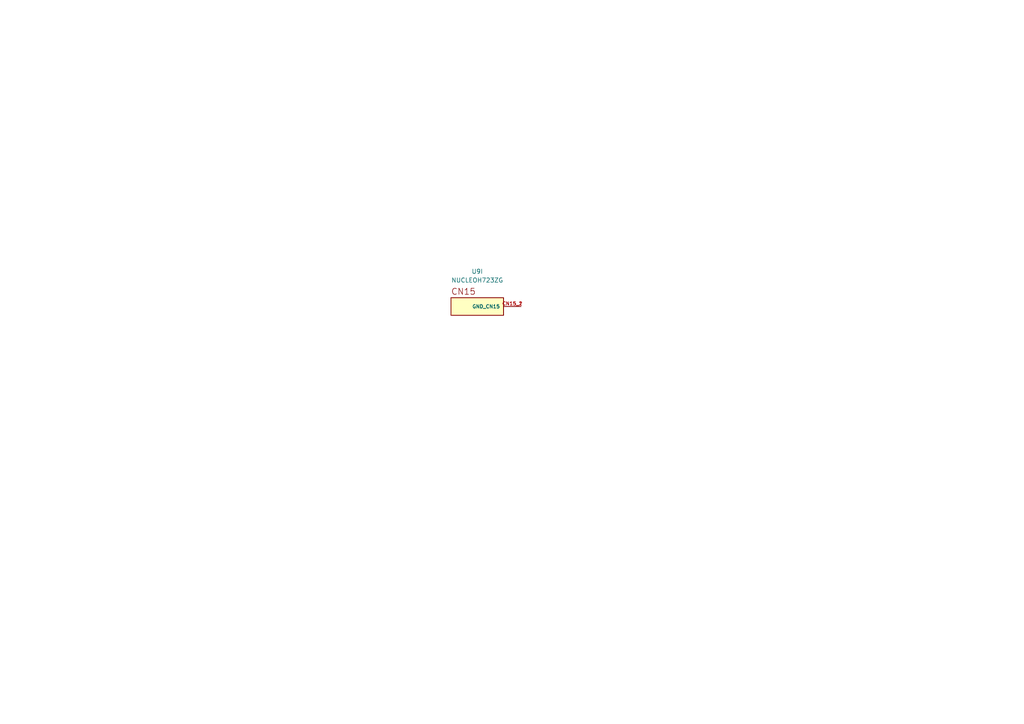
<source format=kicad_sch>
(kicad_sch (version 20250114) (generator "eeschema") (generator_version "9.0")
  (paper "A4")
  (lib_symbols
    (symbol "NUCLEOH723ZG:NUCLEOH723ZG" (pin_names (offset 1.016))
      (property "Reference" "U" (at -12.7 57.15 0))
      (property "Value" "NUCLEOH723ZG" (at -12.7 -54.61 0))
      (symbol "NUCLEOH723ZG_1_0"
        (rectangle (start -12.7 -53.34) (end 12.7 53.34) (stroke (width 0.254)) (fill (type background)))
        (text "CN11" (at -12.7 54.102 0) (effects (font (size 1.778 1.778)) (justify left bottom)))
        (pin input line (at -17.78 35.56 0) (length 5.08) (name "BOOT0") (number "CN11_7"))
        (pin input line (at -17.78 33.02 0) (length 5.08) (name "NRST") (number "CN11_14"))
        (pin bidirectional line (at -17.78 27.94 0) (length 5.08) (name "PA0") (number "CN11_28"))
        (pin bidirectional line (at -17.78 25.4 0) (length 5.08) (name "PA1") (number "CN11_30"))
        (pin bidirectional line (at -17.78 22.86 0) (length 5.08) (name "PA4") (number "CN11_32"))
        (pin bidirectional line (at -17.78 20.32 0) (length 5.08) (name "PA13") (number "CN11_13"))
        (pin bidirectional line (at -17.78 17.78 0) (length 5.08) (name "PA14") (number "CN11_15"))
        (pin bidirectional line (at -17.78 15.24 0) (length 5.08) (name "PA15") (number "CN11_17"))
        (pin bidirectional line (at -17.78 10.16 0) (length 5.08) (name "PB0") (number "CN11_34"))
        (pin bidirectional line (at -17.78 7.62 0) (length 5.08) (name "PB7") (number "CN11_21"))
        (pin bidirectional line (at -17.78 2.54 0) (length 5.08) (name "PC0") (number "CN11_38"))
        (pin bidirectional line (at -17.78 0 0) (length 5.08) (name "PC1") (number "CN11_36"))
        (pin bidirectional line (at -17.78 -2.54 0) (length 5.08) (name "PC2") (number "CN11_35"))
        (pin bidirectional line (at -17.78 -5.08 0) (length 5.08) (name "PC3") (number "CN11_37"))
        (pin bidirectional line (at -17.78 -7.62 0) (length 5.08) (name "PC10") (number "CN11_1"))
        (pin bidirectional line (at -17.78 -10.16 0) (length 5.08) (name "PC11") (number "CN11_2"))
        (pin bidirectional line (at -17.78 -12.7 0) (length 5.08) (name "PC12") (number "CN11_3"))
        (pin bidirectional line (at -17.78 -15.24 0) (length 5.08) (name "PC13") (number "CN11_23"))
        (pin bidirectional line (at -17.78 -17.78 0) (length 5.08) (name "PC14") (number "CN11_25"))
        (pin bidirectional line (at -17.78 -20.32 0) (length 5.08) (name "PC15") (number "CN11_27"))
        (pin bidirectional line (at -17.78 -25.4 0) (length 5.08) (name "PD0") (number "CN11_57"))
        (pin bidirectional line (at -17.78 -27.94 0) (length 5.08) (name "PD1") (number "CN11_55"))
        (pin bidirectional line (at -17.78 -30.48 0) (length 5.08) (name "PD2") (number "CN11_4"))
        (pin bidirectional line (at -17.78 -33.02 0) (length 5.08) (name "PD3") (number "CN11_40"))
        (pin bidirectional line (at -17.78 -35.56 0) (length 5.08) (name "PD4") (number "CN11_39"))
        (pin bidirectional line (at -17.78 -38.1 0) (length 5.08) (name "PD5") (number "CN11_41"))
        (pin bidirectional line (at -17.78 -40.64 0) (length 5.08) (name "PD6") (number "CN11_43"))
        (pin bidirectional line (at -17.78 -43.18 0) (length 5.08) (name "PD7") (number "CN11_45"))
        (pin bidirectional line (at -17.78 -45.72 0) (length 5.08) (name "PD9") (number "CN11_69"))
        (pin power_in line (at 17.78 50.8 180) (length 5.08) (name "3V3") (number "CN11_16"))
        (pin power_in line (at 17.78 48.26 180) (length 5.08) (name "5V") (number "CN11_18"))
        (pin power_in line (at 17.78 45.72 180) (length 5.08) (name "5V_EXT") (number "CN11_6"))
        (pin power_in line (at 17.78 43.18 180) (length 5.08) (name "VBAT") (number "CN11_33"))
        (pin power_in line (at 17.78 40.64 180) (length 5.08) (name "3V3_VDD") (number "CN11_5"))
        (pin power_in line (at 17.78 38.1 180) (length 5.08) (name "VIN") (number "CN11_24"))
        (pin bidirectional line (at 17.78 33.02 180) (length 5.08) (name "IOREF") (number "CN11_12"))
        (pin bidirectional line (at 17.78 27.94 180) (length 5.08) (name "PE1") (number "CN11_61"))
        (pin bidirectional line (at 17.78 25.4 180) (length 5.08) (name "PE2") (number "CN11_46"))
        (pin bidirectional line (at 17.78 22.86 180) (length 5.08) (name "PE3") (number "CN11_47"))
        (pin bidirectional line (at 17.78 20.32 180) (length 5.08) (name "PE4") (number "CN11_48"))
        (pin bidirectional line (at 17.78 17.78 180) (length 5.08) (name "PE5") (number "CN11_50"))
        (pin bidirectional line (at 17.78 15.24 180) (length 5.08) (name "PE6") (number "CN11_62"))
        (pin bidirectional line (at 17.78 10.16 180) (length 5.08) (name "PF0") (number "CN11_53"))
        (pin bidirectional line (at 17.78 7.62 180) (length 5.08) (name "PF1") (number "CN11_51"))
        (pin bidirectional line (at 17.78 5.08 180) (length 5.08) (name "PF2") (number "CN11_52"))
        (pin bidirectional line (at 17.78 2.54 180) (length 5.08) (name "PF6") (number "CN11_9"))
        (pin bidirectional line (at 17.78 0 180) (length 5.08) (name "PF7") (number "CN11_11"))
        (pin bidirectional line (at 17.78 -2.54 180) (length 5.08) (name "PF8") (number "CN11_54"))
        (pin bidirectional line (at 17.78 -5.08 180) (length 5.08) (name "PF9") (number "CN11_56"))
        (pin bidirectional line (at 17.78 -10.16 180) (length 5.08) (name "PG0") (number "CN11_59"))
        (pin bidirectional line (at 17.78 -12.7 180) (length 5.08) (name "PG1") (number "CN11_58"))
        (pin bidirectional line (at 17.78 -15.24 180) (length 5.08) (name "PG2") (number "CN11_42"))
        (pin bidirectional line (at 17.78 -17.78 180) (length 5.08) (name "PG3") (number "CN11_44"))
        (pin bidirectional line (at 17.78 -20.32 180) (length 5.08) (name "PG9") (number "CN11_63"))
        (pin bidirectional line (at 17.78 -22.86 180) (length 5.08) (name "PG10") (number "CN11_66"))
        (pin bidirectional line (at 17.78 -25.4 180) (length 5.08) (name "PG11") (number "CN11_70"))
        (pin bidirectional line (at 17.78 -27.94 180) (length 5.08) (name "PG12") (number "CN11_65"))
        (pin bidirectional line (at 17.78 -30.48 180) (length 5.08) (name "PG13") (number "CN11_68"))
        (pin bidirectional line (at 17.78 -33.02 180) (length 5.08) (name "PG15") (number "CN11_64"))
        (pin bidirectional line (at 17.78 -38.1 180) (length 5.08) (name "PH0") (number "CN11_29"))
        (pin bidirectional line (at 17.78 -40.64 180) (length 5.08) (name "PH1") (number "CN11_31"))
        (pin no_connect line (at 17.78 -45.72 180) (length 5.08) (name "NC") (number "CN11_10"))
        (pin no_connect line (at 17.78 -45.72 180) (length 5.08) (name "NC") (number "CN11_26"))
        (pin no_connect line (at 17.78 -45.72 180) (length 5.08) (name "NC") (number "CN11_67"))
        (pin power_in line (at 17.78 -50.8 180) (length 5.08) (name "GND_CN11") (number "CN11_19"))
        (pin power_in line (at 17.78 -50.8 180) (length 5.08) (name "GND_CN11") (number "CN11_20"))
        (pin power_in line (at 17.78 -50.8 180) (length 5.08) (name "GND_CN11") (number "CN11_22"))
        (pin power_in line (at 17.78 -50.8 180) (length 5.08) (name "GND_CN11") (number "CN11_49"))
        (pin power_in line (at 17.78 -50.8 180) (length 5.08) (name "GND_CN11") (number "CN11_60"))
        (pin power_in line (at 17.78 -50.8 180) (length 5.08) (name "GND_CN11") (number "CN11_8"))
      )
      (symbol "NUCLEOH723ZG_2_0"
        (rectangle (start -12.7 -53.34) (end 12.7 53.34) (stroke (width 0.254)) (fill (type background)))
        (text "CN12" (at -12.7 54.102 0) (effects (font (size 1.778 1.778)) (justify left bottom)))
        (pin bidirectional line (at -17.78 43.18 0) (length 5.08) (name "PA2") (number "CN12_35"))
        (pin bidirectional line (at -17.78 40.64 0) (length 5.08) (name "PA3") (number "CN12_37"))
        (pin bidirectional line (at -17.78 38.1 0) (length 5.08) (name "PA5") (number "CN12_11"))
        (pin bidirectional line (at -17.78 35.56 0) (length 5.08) (name "PA6") (number "CN12_13"))
        (pin bidirectional line (at -17.78 33.02 0) (length 5.08) (name "PA7") (number "CN12_15"))
        (pin bidirectional line (at -17.78 30.48 0) (length 5.08) (name "PA8") (number "CN12_23"))
        (pin bidirectional line (at -17.78 27.94 0) (length 5.08) (name "PA9") (number "CN12_21"))
        (pin bidirectional line (at -17.78 25.4 0) (length 5.08) (name "PA10") (number "CN12_33"))
        (pin bidirectional line (at -17.78 22.86 0) (length 5.08) (name "PA11") (number "CN12_14"))
        (pin bidirectional line (at -17.78 20.32 0) (length 5.08) (name "PA12") (number "CN12_12"))
        (pin bidirectional line (at -17.78 15.24 0) (length 5.08) (name "PB1") (number "CN12_24"))
        (pin bidirectional line (at -17.78 12.7 0) (length 5.08) (name "PB2") (number "CN12_22"))
        (pin bidirectional line (at -17.78 10.16 0) (length 5.08) (name "PB3") (number "CN12_31"))
        (pin bidirectional line (at -17.78 7.62 0) (length 5.08) (name "PB4") (number "CN12_27"))
        (pin bidirectional line (at -17.78 5.08 0) (length 5.08) (name "PB5") (number "CN12_29"))
        (pin bidirectional line (at -17.78 2.54 0) (length 5.08) (name "PB6") (number "CN12_17"))
        (pin bidirectional line (at -17.78 0 0) (length 5.08) (name "PB8") (number "CN12_3"))
        (pin bidirectional line (at -17.78 -2.54 0) (length 5.08) (name "PB9") (number "CN12_5"))
        (pin bidirectional line (at -17.78 -5.08 0) (length 5.08) (name "PB10") (number "CN12_25"))
        (pin bidirectional line (at -17.78 -7.62 0) (length 5.08) (name "PB11") (number "CN12_18"))
        (pin bidirectional line (at -17.78 -10.16 0) (length 5.08) (name "PB12") (number "CN12_16"))
        (pin bidirectional line (at -17.78 -12.7 0) (length 5.08) (name "PB13") (number "CN12_30"))
        (pin bidirectional line (at -17.78 -15.24 0) (length 5.08) (name "PB14") (number "CN12_28"))
        (pin bidirectional line (at -17.78 -17.78 0) (length 5.08) (name "PB15") (number "CN12_26"))
        (pin bidirectional line (at -17.78 -22.86 0) (length 5.08) (name "PC4") (number "CN12_34"))
        (pin bidirectional line (at -17.78 -25.4 0) (length 5.08) (name "PC5") (number "CN12_6"))
        (pin bidirectional line (at -17.78 -27.94 0) (length 5.08) (name "PC6") (number "CN12_4"))
        (pin bidirectional line (at -17.78 -30.48 0) (length 5.08) (name "PC7") (number "CN12_19"))
        (pin bidirectional line (at -17.78 -33.02 0) (length 5.08) (name "PC8") (number "CN12_2"))
        (pin bidirectional line (at -17.78 -35.56 0) (length 5.08) (name "PC9") (number "CN12_1"))
        (pin power_in line (at 17.78 50.8 180) (length 5.08) (name "VREFP") (number "CN12_7"))
        (pin power_in line (at 17.78 48.26 180) (length 5.08) (name "5V_USB_STLK") (number "CN12_8"))
        (pin bidirectional line (at 17.78 43.18 180) (length 5.08) (name "PD8") (number "CN12_10"))
        (pin bidirectional line (at 17.78 40.64 180) (length 5.08) (name "PD10") (number "CN12_65"))
        (pin bidirectional line (at 17.78 38.1 180) (length 5.08) (name "PD11") (number "CN12_45"))
        (pin bidirectional line (at 17.78 35.56 180) (length 5.08) (name "PD12") (number "CN12_43"))
        (pin bidirectional line (at 17.78 33.02 180) (length 5.08) (name "PD13") (number "CN12_41"))
        (pin bidirectional line (at 17.78 30.48 180) (length 5.08) (name "PD14") (number "CN12_46"))
        (pin bidirectional line (at 17.78 27.94 180) (length 5.08) (name "PD15") (number "CN12_48"))
        (pin bidirectional line (at 17.78 22.86 180) (length 5.08) (name "PE0") (number "CN12_64"))
        (pin bidirectional line (at 17.78 20.32 180) (length 5.08) (name "PE7") (number "CN12_44"))
        (pin bidirectional line (at 17.78 17.78 180) (length 5.08) (name "PE8") (number "CN12_40"))
        (pin bidirectional line (at 17.78 15.24 180) (length 5.08) (name "PE9") (number "CN12_52"))
        (pin bidirectional line (at 17.78 12.7 180) (length 5.08) (name "PE10") (number "CN12_47"))
        (pin bidirectional line (at 17.78 10.16 180) (length 5.08) (name "PE11") (number "CN12_56"))
        (pin bidirectional line (at 17.78 7.62 180) (length 5.08) (name "PE12") (number "CN12_49"))
        (pin bidirectional line (at 17.78 5.08 180) (length 5.08) (name "PE13") (number "CN12_55"))
        (pin bidirectional line (at 17.78 2.54 180) (length 5.08) (name "PE14") (number "CN12_51"))
        (pin bidirectional line (at 17.78 0 180) (length 5.08) (name "PE15") (number "CN12_53"))
        (pin bidirectional line (at 17.78 -5.08 180) (length 5.08) (name "PF3") (number "CN12_58"))
        (pin bidirectional line (at 17.78 -7.62 180) (length 5.08) (name "PF4") (number "CN12_38"))
        (pin bidirectional line (at 17.78 -10.16 180) (length 5.08) (name "PF5") (number "CN12_36"))
        (pin bidirectional line (at 17.78 -12.7 180) (length 5.08) (name "PF10") (number "CN12_42"))
        (pin bidirectional line (at 17.78 -15.24 180) (length 5.08) (name "PF11") (number "CN12_62"))
        (pin bidirectional line (at 17.78 -17.78 180) (length 5.08) (name "PF12") (number "CN12_59"))
        (pin bidirectional line (at 17.78 -20.32 180) (length 5.08) (name "PF13") (number "CN12_57"))
        (pin bidirectional line (at 17.78 -22.86 180) (length 5.08) (name "PF14") (number "CN12_50"))
        (pin bidirectional line (at 17.78 -25.4 180) (length 5.08) (name "PF15") (number "CN12_60"))
        (pin bidirectional line (at 17.78 -30.48 180) (length 5.08) (name "PG4") (number "CN12_69"))
        (pin bidirectional line (at 17.78 -33.02 180) (length 5.08) (name "PG5") (number "CN12_68"))
        (pin bidirectional line (at 17.78 -35.56 180) (length 5.08) (name "PG6") (number "CN12_70"))
        (pin bidirectional line (at 17.78 -38.1 180) (length 5.08) (name "PG7") (number "CN12_67"))
        (pin bidirectional line (at 17.78 -40.64 180) (length 5.08) (name "PG8") (number "CN12_66"))
        (pin bidirectional line (at 17.78 -43.18 180) (length 5.08) (name "PG14") (number "CN12_61"))
        (pin power_in line (at 17.78 -48.26 180) (length 5.08) (name "AGND_CN12") (number "CN12_32"))
        (pin power_in line (at 17.78 -50.8 180) (length 5.08) (name "GND_CN12") (number "CN12_20"))
        (pin power_in line (at 17.78 -50.8 180) (length 5.08) (name "GND_CN12") (number "CN12_39"))
        (pin power_in line (at 17.78 -50.8 180) (length 5.08) (name "GND_CN12") (number "CN12_54"))
        (pin power_in line (at 17.78 -50.8 180) (length 5.08) (name "GND_CN12") (number "CN12_63"))
        (pin power_in line (at 17.78 -50.8 180) (length 5.08) (name "GND_CN12") (number "CN12_9"))
      )
      (symbol "NUCLEOH723ZG_3_0"
        (rectangle (start -27.94 -20.32) (end 27.94 20.32) (stroke (width 0.254)) (fill (type background)))
        (text "CN8" (at -27.94 21.082 0) (effects (font (size 1.778 1.778)) (justify left bottom)))
        (pin input line (at -33.02 7.62 0) (length 5.08) (name "NRST_CN8") (number "CN8_5"))
        (pin bidirectional line (at -33.02 2.54 0) (length 5.08) (name "D43/SDMMC_D0") (number "CN8_2"))
        (pin bidirectional line (at -33.02 0 0) (length 5.08) (name "D44/SDMMC_D1/I2S_A_CKIN") (number "CN8_4"))
        (pin bidirectional line (at -33.02 -2.54 0) (length 5.08) (name "D45/SDMMC_D2") (number "CN8_6"))
        (pin bidirectional line (at -33.02 -5.08 0) (length 5.08) (name "D46/SDMMC_D3") (number "CN8_8"))
        (pin bidirectional line (at -33.02 -7.62 0) (length 5.08) (name "D47/SDMMC_CK") (number "CN8_10"))
        (pin bidirectional line (at -33.02 -10.16 0) (length 5.08) (name "D48/SDMMC_CMD") (number "CN8_12"))
        (pin no_connect line (at -33.02 -15.24 0) (length 5.08) (name "NC_CN8") (number "CN8_1"))
        (pin power_in line (at 33.02 17.78 180) (length 5.08) (name "VIN_CN8") (number "CN8_15"))
        (pin power_in line (at 33.02 15.24 180) (length 5.08) (name "5V_CN8") (number "CN8_9"))
        (pin power_in line (at 33.02 12.7 180) (length 5.08) (name "3V3_CN8") (number "CN8_7"))
        (pin bidirectional line (at 33.02 7.62 180) (length 5.08) (name "IOREF_CN8") (number "CN8_3"))
        (pin bidirectional line (at 33.02 0 180) (length 5.08) (name "D50/IO") (number "CN8_16"))
        (pin bidirectional line (at 33.02 -2.54 180) (length 5.08) (name "D49/IO") (number "CN8_14"))
        (pin power_in line (at 33.02 -17.78 180) (length 5.08) (name "GND_CN8") (number "CN8_11"))
        (pin power_in line (at 33.02 -17.78 180) (length 5.08) (name "GND_CN8") (number "CN8_13"))
      )
      (symbol "NUCLEOH723ZG_4_0"
        (rectangle (start -27.94 -25.4) (end 27.94 25.4) (stroke (width 0.254)) (fill (type background)))
        (text "CN9" (at -27.94 26.162 0) (effects (font (size 1.778 1.778)) (justify left bottom)))
        (pin input line (at -33.02 22.86 0) (length 5.08) (name "A0/ADC12_INP15") (number "CN9_1"))
        (pin input line (at -33.02 20.32 0) (length 5.08) (name "A1/ADC123_INP10") (number "CN9_3"))
        (pin input line (at -33.02 17.78 0) (length 5.08) (name "A2/ADC12_INP13") (number "CN9_5"))
        (pin input line (at -33.02 15.24 0) (length 5.08) (name "A3/ADC12_INP5") (number "CN9_7"))
        (pin input line (at -33.02 12.7 0) (length 5.08) (name "A4/ADC123_INP12/I2C1_SDA") (number "CN9_9"))
        (pin input line (at -33.02 10.16 0) (length 5.08) (name "A5/ADC3_INP6/I2C1_SCL") (number "CN9_11"))
        (pin bidirectional line (at -33.02 5.08 0) (length 5.08) (name "D51/USART_B_SCLK") (number "CN9_2"))
        (pin bidirectional line (at -33.02 2.54 0) (length 5.08) (name "D52/USART_B_RX") (number "CN9_4"))
        (pin bidirectional line (at -33.02 0 0) (length 5.08) (name "D53/USART_B_TX") (number "CN9_6"))
        (pin bidirectional line (at -33.02 -2.54 0) (length 5.08) (name "D54/USART_B_RTS") (number "CN9_8"))
        (pin bidirectional line (at -33.02 -5.08 0) (length 5.08) (name "D55/USART_B_CTS") (number "CN9_10"))
        (pin bidirectional line (at -33.02 -10.16 0) (length 5.08) (name "D56/SAI_A_MCLK") (number "CN9_14"))
        (pin bidirectional line (at -33.02 -12.7 0) (length 5.08) (name "D57/SAI_A_FS") (number "CN9_16"))
        (pin bidirectional line (at -33.02 -15.24 0) (length 5.08) (name "D58/SAI_A_SCK") (number "CN9_18"))
        (pin bidirectional line (at -33.02 -17.78 0) (length 5.08) (name "D59/SAI_A_SD") (number "CN9_20"))
        (pin bidirectional line (at 33.02 22.86 180) (length 5.08) (name "D68/I2C_B_SDA") (number "CN9_21"))
        (pin bidirectional line (at 33.02 20.32 180) (length 5.08) (name "D69/I2C_B_SCL") (number "CN9_19"))
        (pin bidirectional line (at 33.02 17.78 180) (length 5.08) (name "D70/I2C_B_SMBA") (number "CN9_17"))
        (pin output line (at 33.02 12.7 180) (length 5.08) (name "D66/CAN_TX") (number "CN9_27"))
        (pin input line (at 33.02 10.16 180) (length 5.08) (name "D67/CAN_RX") (number "CN9_25"))
        (pin bidirectional line (at 33.02 5.08 180) (length 5.08) (name "D64/IO") (number "CN9_30"))
        (pin bidirectional line (at 33.02 2.54 180) (length 5.08) (name "D65/IO") (number "CN9_29"))
        (pin bidirectional line (at 33.02 -2.54 180) (length 5.08) (name "D71/COMP2_INP") (number "CN9_15"))
        (pin bidirectional line (at 33.02 -5.08 180) (length 5.08) (name "D72/COMP1_INP") (number "CN9_13"))
        (pin bidirectional line (at 33.02 -10.16 180) (length 5.08) (name "D62/SAI_B_MCLK") (number "CN9_26"))
        (pin bidirectional line (at 33.02 -12.7 180) (length 5.08) (name "D63/SAI_B_FS") (number "CN9_28"))
        (pin bidirectional line (at 33.02 -15.24 180) (length 5.08) (name "D61/SAI_B_SCK") (number "CN9_24"))
        (pin bidirectional line (at 33.02 -17.78 180) (length 5.08) (name "D60/SAI_B_SD") (number "CN9_22"))
        (pin power_in line (at 33.02 -22.86 180) (length 5.08) (name "GND_CN9") (number "CN9_12"))
        (pin power_in line (at 33.02 -22.86 180) (length 5.08) (name "GND_CN9") (number "CN9_23"))
      )
      (symbol "NUCLEOH723ZG_5_0"
        (rectangle (start -33.02 -20.32) (end 33.02 20.32) (stroke (width 0.254)) (fill (type background)))
        (text "CN7" (at -33.02 21.082 0) (effects (font (size 1.778 1.778)) (justify left bottom)))
        (pin bidirectional line (at -38.1 12.7 0) (length 5.08) (name "D8/IO") (number "CN7_20"))
        (pin bidirectional line (at -38.1 10.16 0) (length 5.08) (name "D9/TIMER_B_PWM2") (number "CN7_18"))
        (pin bidirectional line (at -38.1 2.54 0) (length 5.08) (name "D10/SPI_A_CS/TIM_B_PWM3") (number "CN7_16"))
        (pin bidirectional line (at -38.1 0 0) (length 5.08) (name "D11/SPI_A_MOSI/TIM_E_PWM1") (number "CN7_14"))
        (pin bidirectional line (at -38.1 -2.54 0) (length 5.08) (name "D12/SPI_A_MISO") (number "CN7_12"))
        (pin bidirectional line (at -38.1 -5.08 0) (length 5.08) (name "D13/SPI_A_SCK") (number "CN7_10"))
        (pin bidirectional line (at -38.1 -7.62 0) (length 5.08) (name "D14/I2C_A_SDA") (number "CN7_4"))
        (pin bidirectional line (at -38.1 -10.16 0) (length 5.08) (name "D15/I2C_A_SCL") (number "CN7_2"))
        (pin bidirectional line (at -38.1 -12.7 0) (length 5.08) (name "D16/I2S_A_MCK") (number "CN7_1"))
        (pin power_in line (at 38.1 17.78 180) (length 5.08) (name "VREFP_CN7") (number "CN7_6"))
        (pin bidirectional line (at 38.1 12.7 180) (length 5.08) (name "D25/SPI_B_MISO") (number "CN7_19"))
        (pin bidirectional line (at 38.1 10.16 180) (length 5.08) (name "D24/SPI_B_NSS") (number "CN7_17"))
        (pin bidirectional line (at 38.1 7.62 180) (length 5.08) (name "D23/I2S_B_CK/SPI_B_SCK") (number "CN7_15"))
        (pin bidirectional line (at 38.1 5.08 180) (length 5.08) (name "D22/I2S_B_SD/SPI_B_MOSI") (number "CN7_13"))
        (pin bidirectional line (at 38.1 0 180) (length 5.08) (name "D21/I2S_B_MCK") (number "CN7_11"))
        (pin bidirectional line (at 38.1 -2.54 180) (length 5.08) (name "D20/I2S_B_WS") (number "CN7_9"))
        (pin bidirectional line (at 38.1 -7.62 180) (length 5.08) (name "D19/I2S_A_WS") (number "CN7_7"))
        (pin bidirectional line (at 38.1 -10.16 180) (length 5.08) (name "D18/I2S_A_CK") (number "CN7_5"))
        (pin bidirectional line (at 38.1 -12.7 180) (length 5.08) (name "D17/I2S_A_SD") (number "CN7_3"))
        (pin power_in line (at 38.1 -17.78 180) (length 5.08) (name "GND_CN7") (number "CN7_8"))
      )
      (symbol "NUCLEOH723ZG_6_0"
        (rectangle (start -27.94 -30.48) (end 27.94 30.48) (stroke (width 0.254)) (fill (type background)))
        (text "CN10" (at -27.94 31.242 0) (effects (font (size 1.778 1.778)) (justify left bottom)))
        (pin input line (at -33.02 22.86 0) (length 5.08) (name "A6/ADC_A_IN") (number "CN10_7"))
        (pin input line (at -33.02 20.32 0) (length 5.08) (name "A7/ADC_B_IN") (number "CN10_9"))
        (pin input line (at -33.02 17.78 0) (length 5.08) (name "A8/ADC_C_IN") (number "CN10_11"))
        (pin input line (at -33.02 12.7 0) (length 5.08) (name "D0/USART_A_RX") (number "CN10_16"))
        (pin output line (at -33.02 10.16 0) (length 5.08) (name "D1/USART_A_TX") (number "CN10_14"))
        (pin bidirectional line (at -33.02 5.08 0) (length 5.08) (name "D6/TIMER_A_PWM1") (number "CN10_4"))
        (pin bidirectional line (at -33.02 2.54 0) (length 5.08) (name "D5/TIMER_A_PWM2") (number "CN10_6"))
        (pin bidirectional line (at -33.02 0 0) (length 5.08) (name "D3/TIMER_A_PWM3") (number "CN10_10"))
        (pin bidirectional line (at -33.02 -5.08 0) (length 5.08) (name "D37/TIMER_A_BKIN1") (number "CN10_30"))
        (pin bidirectional line (at -33.02 -7.62 0) (length 5.08) (name "D38/TIMER_A_BKIN2") (number "CN10_28"))
        (pin bidirectional line (at -33.02 -10.16 0) (length 5.08) (name "D39/TIMER_A_PWM3N") (number "CN10_26"))
        (pin bidirectional line (at -33.02 -12.7 0) (length 5.08) (name "D40/TIMER_A_PWM2N") (number "CN10_24"))
        (pin bidirectional line (at -33.02 -15.24 0) (length 5.08) (name "D41/TIMER_A_ETR") (number "CN10_20"))
        (pin bidirectional line (at -33.02 -17.78 0) (length 5.08) (name "D42/TIMER_A_PWM1N") (number "CN10_18"))
        (pin power_in line (at 33.02 27.94 180) (length 5.08) (name "AVDD") (number "CN10_1"))
        (pin bidirectional line (at 33.02 22.86 180) (length 5.08) (name "D34/TIMER_B_ETR") (number "CN10_33"))
        (pin bidirectional line (at 33.02 17.78 180) (length 5.08) (name "D32/TIMER_C_PWM1") (number "CN10_29"))
        (pin bidirectional line (at 33.02 15.24 180) (length 5.08) (name "D36/TIMER_C_PWM2") (number "CN10_32"))
        (pin bidirectional line (at 33.02 12.7 180) (length 5.08) (name "D35/TIMER_C_PWM3") (number "CN10_34"))
        (pin bidirectional line (at 33.02 7.62 180) (length 5.08) (name "D33/TIMER_D_PWM1") (number "CN10_31"))
        (pin bidirectional line (at 33.02 2.54 180) (length 5.08) (name "D2/IO") (number "CN10_12"))
        (pin bidirectional line (at 33.02 0 180) (length 5.08) (name "D4/IO") (number "CN10_8"))
        (pin bidirectional line (at 33.02 -2.54 180) (length 5.08) (name "D7/IO") (number "CN10_2"))
        (pin bidirectional line (at 33.02 -7.62 180) (length 5.08) (name "D26/QSPI_CS") (number "CN10_13"))
        (pin bidirectional line (at 33.02 -10.16 180) (length 5.08) (name "D27/QSPI_CLK") (number "CN10_15"))
        (pin bidirectional line (at 33.02 -12.7 180) (length 5.08) (name "D30/QSPI_BK1_IO0") (number "CN10_23"))
        (pin bidirectional line (at 33.02 -15.24 180) (length 5.08) (name "D29/QSPI_BK1_IO1") (number "CN10_21"))
        (pin bidirectional line (at 33.02 -17.78 180) (length 5.08) (name "D31/QSPI_BK1_IO2") (number "CN10_25"))
        (pin bidirectional line (at 33.02 -20.32 180) (length 5.08) (name "D28/QSPI_BK1_IO3") (number "CN10_19"))
        (pin power_in line (at 33.02 -25.4 180) (length 5.08) (name "AGND_CN10") (number "CN10_3"))
        (pin power_in line (at 33.02 -27.94 180) (length 5.08) (name "GND_CN10") (number "CN10_17"))
        (pin power_in line (at 33.02 -27.94 180) (length 5.08) (name "GND_CN10") (number "CN10_22"))
        (pin power_in line (at 33.02 -27.94 180) (length 5.08) (name "GND_CN10") (number "CN10_27"))
        (pin power_in line (at 33.02 -27.94 180) (length 5.08) (name "GND_CN10") (number "CN10_5"))
      )
      (symbol "NUCLEOH723ZG_7_0"
        (rectangle (start -7.62 -2.54) (end 7.62 2.54) (stroke (width 0.254)) (fill (type background)))
        (text "CN3" (at -7.62 3.302 0) (effects (font (size 1.778 1.778)) (justify left bottom)))
        (pin power_in line (at 12.7 0 180) (length 5.08) (name "GND_CN3") (number "CN3_1"))
        (pin power_in line (at 12.7 0 180) (length 5.08) (name "GND_CN3") (number "CN3_2"))
      )
      (symbol "NUCLEOH723ZG_8_0"
        (rectangle (start -7.62 -2.54) (end 7.62 2.54) (stroke (width 0.254)) (fill (type background)))
        (text "CN4" (at -7.62 3.302 0) (effects (font (size 1.778 1.778)) (justify left bottom)))
        (pin power_in line (at 12.7 0 180) (length 5.08) (name "GND_CN4") (number "CN4_1"))
        (pin power_in line (at 12.7 0 180) (length 5.08) (name "GND_CN4") (number "CN4_2"))
      )
      (symbol "NUCLEOH723ZG_9_0"
        (rectangle (start -7.62 -2.54) (end 7.62 2.54) (stroke (width 0.254)) (fill (type background)))
        (text "CN15" (at -7.62 3.302 0) (effects (font (size 1.778 1.778)) (justify left bottom)))
        (pin power_in line (at 12.7 0 180) (length 5.08) (name "GND_CN15") (number "CN15_1"))
        (pin power_in line (at 12.7 0 180) (length 5.08) (name "GND_CN15") (number "CN15_2"))
      )
      (symbol "NUCLEOH723ZG_10_0"
        (rectangle (start -7.62 -2.54) (end 7.62 2.54) (stroke (width 0.254)) (fill (type background)))
        (text "CN16" (at -7.62 3.302 0) (effects (font (size 1.778 1.778)) (justify left bottom)))
        (pin power_in line (at 12.7 0 180) (length 5.08) (name "GND_CN16") (number "CN16_1"))
        (pin power_in line (at 12.7 0 180) (length 5.08) (name "GND_CN16") (number "CN16_2"))
      )
    )
  )
  (symbol (lib_id "NUCLEOH723ZG:NUCLEOH723ZG") (at 138.43 88.9 0) (unit 9)
    (property "Reference" "U9" (at 138.43 78.74 0))
    (property "Value" "NUCLEOH723ZG" (at 138.43 81.28 0))
    (property "Footprint" "NUCLEOH723ZG:MODULE_NUCLEOH723ZG" (effects (hide yes)))
    (property "MF" "STMicroelectronics" (effects (hide yes)))
    (property "MAXIMUM_PACKAGE_HEIGHT" "18.57 mm" (effects (hide yes)))
    (property "Package" "None" (effects (hide yes)))
    (property "Price" "None" (effects (hide yes)))
    (property "Check_prices" "https://www.snapeda.com/parts/NUCLEOH723ZG/STMicroelectronics/view-part/?ref=eda" (effects (hide yes)))
    (property "STANDARD" "Manufacturer Recommendations" (effects (hide yes)))
    (property "PARTREV" "2" (effects (hide yes)))
    (property "SnapEDA_Link" "https://www.snapeda.com/parts/NUCLEOH723ZG/STMicroelectronics/view-part/?ref=snap" (effects (hide yes)))
    (property "MP" "NUCLEOH723ZG" (effects (hide yes)))
    (property "Description_1" "STM32H723 Nucleo-144 STM32H7 ARM® Cortex®-M7 MCU 32-Bit Embedded Evaluation Board" (effects (hide yes)))
    (property "SNAPEDA_PN" "NUCLEOH723ZG" (effects (hide yes)))
    (property "Availability" "In Stock" (effects (hide yes)))
    (property "MANUFACTURER" "STMicroelectronics" (effects (hide yes)))
  )
)
</source>
